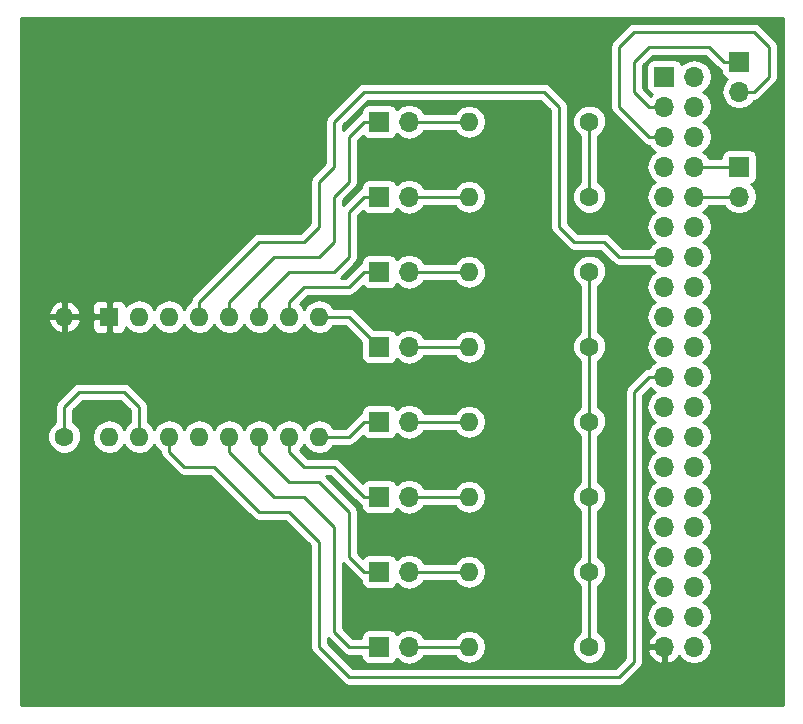
<source format=gbr>
G04 #@! TF.FileFunction,Copper,L1,Top,Signal*
%FSLAX46Y46*%
G04 Gerber Fmt 4.6, Leading zero omitted, Abs format (unit mm)*
G04 Created by KiCad (PCBNEW 4.0.6) date Tue Nov 21 00:50:36 2017*
%MOMM*%
%LPD*%
G01*
G04 APERTURE LIST*
%ADD10C,0.100000*%
%ADD11R,1.700000X1.700000*%
%ADD12O,1.700000X1.700000*%
%ADD13C,1.600000*%
%ADD14O,1.600000X1.600000*%
%ADD15R,1.600000X1.600000*%
%ADD16C,0.250000*%
%ADD17C,0.254000*%
G04 APERTURE END LIST*
D10*
D11*
X184150000Y-96520000D03*
D12*
X186690000Y-96520000D03*
X184150000Y-99060000D03*
X186690000Y-99060000D03*
X184150000Y-101600000D03*
X186690000Y-101600000D03*
X184150000Y-104140000D03*
X186690000Y-104140000D03*
X184150000Y-106680000D03*
X186690000Y-106680000D03*
X184150000Y-109220000D03*
X186690000Y-109220000D03*
X184150000Y-111760000D03*
X186690000Y-111760000D03*
X184150000Y-114300000D03*
X186690000Y-114300000D03*
X184150000Y-116840000D03*
X186690000Y-116840000D03*
X184150000Y-119380000D03*
X186690000Y-119380000D03*
X184150000Y-121920000D03*
X186690000Y-121920000D03*
X184150000Y-124460000D03*
X186690000Y-124460000D03*
X184150000Y-127000000D03*
X186690000Y-127000000D03*
X184150000Y-129540000D03*
X186690000Y-129540000D03*
X184150000Y-132080000D03*
X186690000Y-132080000D03*
X184150000Y-134620000D03*
X186690000Y-134620000D03*
X184150000Y-137160000D03*
X186690000Y-137160000D03*
X184150000Y-139700000D03*
X186690000Y-139700000D03*
X184150000Y-142240000D03*
X186690000Y-142240000D03*
X184150000Y-144780000D03*
X186690000Y-144780000D03*
D11*
X190500000Y-104140000D03*
D12*
X190500000Y-106680000D03*
D11*
X190500000Y-95250000D03*
D12*
X190500000Y-97790000D03*
D11*
X160020000Y-100330000D03*
D12*
X162560000Y-100330000D03*
D11*
X160020000Y-106680000D03*
D12*
X162560000Y-106680000D03*
D11*
X160020000Y-113030000D03*
D12*
X162560000Y-113030000D03*
D11*
X160020000Y-119380000D03*
D12*
X162560000Y-119380000D03*
D11*
X160020000Y-125730000D03*
D12*
X162560000Y-125730000D03*
D11*
X160020000Y-132080000D03*
D12*
X162560000Y-132080000D03*
D11*
X160020000Y-138430000D03*
D12*
X162560000Y-138430000D03*
D11*
X160020000Y-144780000D03*
D12*
X162560000Y-144780000D03*
D13*
X133350000Y-127000000D03*
D14*
X133350000Y-116840000D03*
D13*
X177800000Y-100330000D03*
D14*
X167640000Y-100330000D03*
D13*
X177800000Y-106680000D03*
D14*
X167640000Y-106680000D03*
D13*
X177800000Y-113030000D03*
D14*
X167640000Y-113030000D03*
D13*
X177800000Y-119380000D03*
D14*
X167640000Y-119380000D03*
D13*
X177800000Y-125730000D03*
D14*
X167640000Y-125730000D03*
D13*
X177800000Y-132080000D03*
D14*
X167640000Y-132080000D03*
D13*
X177800000Y-138430000D03*
D14*
X167640000Y-138430000D03*
D13*
X177800000Y-144780000D03*
D14*
X167640000Y-144780000D03*
D15*
X137160000Y-116840000D03*
D14*
X154940000Y-127000000D03*
X139700000Y-116840000D03*
X152400000Y-127000000D03*
X142240000Y-116840000D03*
X149860000Y-127000000D03*
X144780000Y-116840000D03*
X147320000Y-127000000D03*
X147320000Y-116840000D03*
X144780000Y-127000000D03*
X149860000Y-116840000D03*
X142240000Y-127000000D03*
X152400000Y-116840000D03*
X139700000Y-127000000D03*
X154940000Y-116840000D03*
X137160000Y-127000000D03*
D16*
X190500000Y-95250000D02*
X189230000Y-95250000D01*
X182880000Y-99060000D02*
X184150000Y-99060000D01*
X181610000Y-97790000D02*
X182880000Y-99060000D01*
X181610000Y-95250000D02*
X181610000Y-97790000D01*
X182880000Y-93980000D02*
X181610000Y-95250000D01*
X187960000Y-93980000D02*
X182880000Y-93980000D01*
X189230000Y-95250000D02*
X187960000Y-93980000D01*
X177800000Y-119380000D02*
X177800000Y-113030000D01*
X177800000Y-144780000D02*
X177800000Y-138430000D01*
X177800000Y-138430000D02*
X177800000Y-132080000D01*
X177800000Y-132080000D02*
X177800000Y-125730000D01*
X177800000Y-125730000D02*
X177800000Y-119380000D01*
X177800000Y-106680000D02*
X177800000Y-100330000D01*
X190500000Y-97790000D02*
X191770000Y-97790000D01*
X182880000Y-101600000D02*
X184150000Y-101600000D01*
X181610000Y-100330000D02*
X182880000Y-101600000D01*
X180340000Y-99060000D02*
X181610000Y-100330000D01*
X180340000Y-93980000D02*
X180340000Y-99060000D01*
X181610000Y-92710000D02*
X180340000Y-93980000D01*
X182880000Y-92710000D02*
X181610000Y-92710000D01*
X191770000Y-92710000D02*
X182880000Y-92710000D01*
X193040000Y-93980000D02*
X191770000Y-92710000D01*
X193040000Y-96520000D02*
X193040000Y-93980000D01*
X191770000Y-97790000D02*
X193040000Y-96520000D01*
X190500000Y-104140000D02*
X186690000Y-104140000D01*
X190500000Y-106680000D02*
X186690000Y-106680000D01*
X144780000Y-116840000D02*
X144780000Y-115570000D01*
X180340000Y-111760000D02*
X184150000Y-111760000D01*
X179070000Y-110490000D02*
X180340000Y-111760000D01*
X176530000Y-110490000D02*
X179070000Y-110490000D01*
X175260000Y-109220000D02*
X176530000Y-110490000D01*
X175260000Y-99060000D02*
X175260000Y-109220000D01*
X173990000Y-97790000D02*
X175260000Y-99060000D01*
X158750000Y-97790000D02*
X173990000Y-97790000D01*
X156210000Y-100330000D02*
X158750000Y-97790000D01*
X156210000Y-104140000D02*
X156210000Y-100330000D01*
X154940000Y-105410000D02*
X156210000Y-104140000D01*
X154940000Y-109220000D02*
X154940000Y-105410000D01*
X153670000Y-110490000D02*
X154940000Y-109220000D01*
X149860000Y-110490000D02*
X153670000Y-110490000D01*
X144780000Y-115570000D02*
X149860000Y-110490000D01*
X184150000Y-121920000D02*
X182880000Y-121920000D01*
X142240000Y-128270000D02*
X142240000Y-127000000D01*
X143510000Y-129540000D02*
X142240000Y-128270000D01*
X146050000Y-129540000D02*
X143510000Y-129540000D01*
X147320000Y-130810000D02*
X146050000Y-129540000D01*
X148590000Y-132080000D02*
X147320000Y-130810000D01*
X149860000Y-133350000D02*
X148590000Y-132080000D01*
X151130000Y-133350000D02*
X149860000Y-133350000D01*
X152400000Y-133350000D02*
X151130000Y-133350000D01*
X153670000Y-134620000D02*
X152400000Y-133350000D01*
X154940000Y-135890000D02*
X153670000Y-134620000D01*
X154940000Y-144780000D02*
X154940000Y-135890000D01*
X157480000Y-147320000D02*
X154940000Y-144780000D01*
X180340000Y-147320000D02*
X157480000Y-147320000D01*
X181610000Y-146050000D02*
X180340000Y-147320000D01*
X181610000Y-123190000D02*
X181610000Y-146050000D01*
X182880000Y-121920000D02*
X181610000Y-123190000D01*
X184150000Y-144780000D02*
X184150000Y-146050000D01*
X132080000Y-116840000D02*
X133350000Y-116840000D01*
X130810000Y-118110000D02*
X132080000Y-116840000D01*
X130810000Y-128270000D02*
X130810000Y-118110000D01*
X132080000Y-129540000D02*
X130810000Y-128270000D01*
X133350000Y-129540000D02*
X132080000Y-129540000D01*
X140970000Y-129540000D02*
X133350000Y-129540000D01*
X142240000Y-130810000D02*
X140970000Y-129540000D01*
X144780000Y-130810000D02*
X142240000Y-130810000D01*
X148590000Y-134620000D02*
X144780000Y-130810000D01*
X151130000Y-134620000D02*
X148590000Y-134620000D01*
X153670000Y-137160000D02*
X151130000Y-134620000D01*
X153670000Y-146050000D02*
X153670000Y-137160000D01*
X156210000Y-148590000D02*
X153670000Y-146050000D01*
X157480000Y-148590000D02*
X156210000Y-148590000D01*
X181610000Y-148590000D02*
X157480000Y-148590000D01*
X184150000Y-146050000D02*
X181610000Y-148590000D01*
X137160000Y-116840000D02*
X133350000Y-116840000D01*
X160020000Y-100330000D02*
X158750000Y-100330000D01*
X147320000Y-115570000D02*
X147320000Y-116840000D01*
X151130000Y-111760000D02*
X147320000Y-115570000D01*
X154940000Y-111760000D02*
X151130000Y-111760000D01*
X156210000Y-110490000D02*
X154940000Y-111760000D01*
X156210000Y-106680000D02*
X156210000Y-110490000D01*
X157480000Y-105410000D02*
X156210000Y-106680000D01*
X157480000Y-101600000D02*
X157480000Y-105410000D01*
X158750000Y-100330000D02*
X157480000Y-101600000D01*
X167640000Y-100330000D02*
X162560000Y-100330000D01*
X160020000Y-106680000D02*
X158750000Y-106680000D01*
X149860000Y-115570000D02*
X149860000Y-116840000D01*
X152400000Y-113030000D02*
X149860000Y-115570000D01*
X153670000Y-113030000D02*
X152400000Y-113030000D01*
X156210000Y-113030000D02*
X153670000Y-113030000D01*
X157480000Y-111760000D02*
X156210000Y-113030000D01*
X157480000Y-107950000D02*
X157480000Y-111760000D01*
X158750000Y-106680000D02*
X157480000Y-107950000D01*
X167640000Y-106680000D02*
X162560000Y-106680000D01*
X152400000Y-116840000D02*
X152400000Y-115570000D01*
X158750000Y-113030000D02*
X160020000Y-113030000D01*
X157480000Y-114300000D02*
X158750000Y-113030000D01*
X153670000Y-114300000D02*
X157480000Y-114300000D01*
X152400000Y-115570000D02*
X153670000Y-114300000D01*
X167640000Y-113030000D02*
X162560000Y-113030000D01*
X160020000Y-119380000D02*
X157480000Y-116840000D01*
X157480000Y-116840000D02*
X154940000Y-116840000D01*
X167640000Y-119380000D02*
X162560000Y-119380000D01*
X160020000Y-125730000D02*
X158750000Y-125730000D01*
X157480000Y-127000000D02*
X154940000Y-127000000D01*
X158750000Y-125730000D02*
X157480000Y-127000000D01*
X167640000Y-125730000D02*
X162560000Y-125730000D01*
X160020000Y-132080000D02*
X158750000Y-132080000D01*
X152400000Y-128270000D02*
X152400000Y-127000000D01*
X153670000Y-129540000D02*
X152400000Y-128270000D01*
X156210000Y-129540000D02*
X153670000Y-129540000D01*
X157480000Y-130810000D02*
X156210000Y-129540000D01*
X158750000Y-132080000D02*
X157480000Y-130810000D01*
X167640000Y-132080000D02*
X162560000Y-132080000D01*
X160020000Y-138430000D02*
X158750000Y-138430000D01*
X149860000Y-128270000D02*
X149860000Y-127000000D01*
X152400000Y-130810000D02*
X149860000Y-128270000D01*
X154940000Y-130810000D02*
X152400000Y-130810000D01*
X157480000Y-133350000D02*
X154940000Y-130810000D01*
X157480000Y-137160000D02*
X157480000Y-133350000D01*
X158750000Y-138430000D02*
X157480000Y-137160000D01*
X167640000Y-138430000D02*
X162560000Y-138430000D01*
X160020000Y-144780000D02*
X157480000Y-144780000D01*
X147320000Y-128270000D02*
X147320000Y-127000000D01*
X151130000Y-132080000D02*
X147320000Y-128270000D01*
X152400000Y-132080000D02*
X151130000Y-132080000D01*
X153670000Y-132080000D02*
X152400000Y-132080000D01*
X156210000Y-134620000D02*
X153670000Y-132080000D01*
X156210000Y-143510000D02*
X156210000Y-134620000D01*
X157480000Y-144780000D02*
X156210000Y-143510000D01*
X167640000Y-144780000D02*
X162560000Y-144780000D01*
X133350000Y-127000000D02*
X133350000Y-124460000D01*
X139700000Y-124460000D02*
X139700000Y-127000000D01*
X138430000Y-123190000D02*
X139700000Y-124460000D01*
X134620000Y-123190000D02*
X138430000Y-123190000D01*
X133350000Y-124460000D02*
X134620000Y-123190000D01*
D17*
G36*
X194183000Y-149733000D02*
X129667000Y-149733000D01*
X129667000Y-127284187D01*
X131914752Y-127284187D01*
X132132757Y-127811800D01*
X132536077Y-128215824D01*
X133063309Y-128434750D01*
X133634187Y-128435248D01*
X134161800Y-128217243D01*
X134565824Y-127813923D01*
X134784750Y-127286691D01*
X134785248Y-126715813D01*
X134567243Y-126188200D01*
X134163923Y-125784176D01*
X134110000Y-125761785D01*
X134110000Y-124774802D01*
X134934802Y-123950000D01*
X138115198Y-123950000D01*
X138940000Y-124774802D01*
X138940000Y-125787005D01*
X138685302Y-125957189D01*
X138430000Y-126339275D01*
X138174698Y-125957189D01*
X137709151Y-125646120D01*
X137160000Y-125536887D01*
X136610849Y-125646120D01*
X136145302Y-125957189D01*
X135834233Y-126422736D01*
X135725000Y-126971887D01*
X135725000Y-127028113D01*
X135834233Y-127577264D01*
X136145302Y-128042811D01*
X136610849Y-128353880D01*
X137160000Y-128463113D01*
X137709151Y-128353880D01*
X138174698Y-128042811D01*
X138430000Y-127660725D01*
X138685302Y-128042811D01*
X139150849Y-128353880D01*
X139700000Y-128463113D01*
X140249151Y-128353880D01*
X140714698Y-128042811D01*
X140970000Y-127660725D01*
X141225302Y-128042811D01*
X141480000Y-128212995D01*
X141480000Y-128270000D01*
X141537852Y-128560839D01*
X141702599Y-128807401D01*
X142972599Y-130077401D01*
X143219160Y-130242148D01*
X143510000Y-130300000D01*
X145735198Y-130300000D01*
X149322599Y-133887401D01*
X149569160Y-134052148D01*
X149860000Y-134110000D01*
X152085198Y-134110000D01*
X154180000Y-136204802D01*
X154180000Y-144780000D01*
X154237852Y-145070839D01*
X154402599Y-145317401D01*
X156942599Y-147857401D01*
X157189160Y-148022148D01*
X157237414Y-148031746D01*
X157480000Y-148080000D01*
X180340000Y-148080000D01*
X180630839Y-148022148D01*
X180877401Y-147857401D01*
X182147401Y-146587401D01*
X182312148Y-146340840D01*
X182370000Y-146050000D01*
X182370000Y-145136890D01*
X182708524Y-145136890D01*
X182878355Y-145546924D01*
X183268642Y-145975183D01*
X183793108Y-146221486D01*
X184023000Y-146100819D01*
X184023000Y-144907000D01*
X182829845Y-144907000D01*
X182708524Y-145136890D01*
X182370000Y-145136890D01*
X182370000Y-123504802D01*
X183004321Y-122870481D01*
X183070853Y-122970054D01*
X183400026Y-123190000D01*
X183070853Y-123409946D01*
X182748946Y-123891715D01*
X182635907Y-124460000D01*
X182748946Y-125028285D01*
X183070853Y-125510054D01*
X183400026Y-125730000D01*
X183070853Y-125949946D01*
X182748946Y-126431715D01*
X182635907Y-127000000D01*
X182748946Y-127568285D01*
X183070853Y-128050054D01*
X183400026Y-128270000D01*
X183070853Y-128489946D01*
X182748946Y-128971715D01*
X182635907Y-129540000D01*
X182748946Y-130108285D01*
X183070853Y-130590054D01*
X183400026Y-130810000D01*
X183070853Y-131029946D01*
X182748946Y-131511715D01*
X182635907Y-132080000D01*
X182748946Y-132648285D01*
X183070853Y-133130054D01*
X183400026Y-133350000D01*
X183070853Y-133569946D01*
X182748946Y-134051715D01*
X182635907Y-134620000D01*
X182748946Y-135188285D01*
X183070853Y-135670054D01*
X183400026Y-135890000D01*
X183070853Y-136109946D01*
X182748946Y-136591715D01*
X182635907Y-137160000D01*
X182748946Y-137728285D01*
X183070853Y-138210054D01*
X183400026Y-138430000D01*
X183070853Y-138649946D01*
X182748946Y-139131715D01*
X182635907Y-139700000D01*
X182748946Y-140268285D01*
X183070853Y-140750054D01*
X183400026Y-140970000D01*
X183070853Y-141189946D01*
X182748946Y-141671715D01*
X182635907Y-142240000D01*
X182748946Y-142808285D01*
X183070853Y-143290054D01*
X183411553Y-143517702D01*
X183268642Y-143584817D01*
X182878355Y-144013076D01*
X182708524Y-144423110D01*
X182829845Y-144653000D01*
X184023000Y-144653000D01*
X184023000Y-144633000D01*
X184277000Y-144633000D01*
X184277000Y-144653000D01*
X184297000Y-144653000D01*
X184297000Y-144907000D01*
X184277000Y-144907000D01*
X184277000Y-146100819D01*
X184506892Y-146221486D01*
X185031358Y-145975183D01*
X185421645Y-145546924D01*
X185421655Y-145546899D01*
X185610853Y-145830054D01*
X186092622Y-146151961D01*
X186660907Y-146265000D01*
X186719093Y-146265000D01*
X187287378Y-146151961D01*
X187769147Y-145830054D01*
X188091054Y-145348285D01*
X188204093Y-144780000D01*
X188091054Y-144211715D01*
X187769147Y-143729946D01*
X187439974Y-143510000D01*
X187769147Y-143290054D01*
X188091054Y-142808285D01*
X188204093Y-142240000D01*
X188091054Y-141671715D01*
X187769147Y-141189946D01*
X187439974Y-140970000D01*
X187769147Y-140750054D01*
X188091054Y-140268285D01*
X188204093Y-139700000D01*
X188091054Y-139131715D01*
X187769147Y-138649946D01*
X187439974Y-138430000D01*
X187769147Y-138210054D01*
X188091054Y-137728285D01*
X188204093Y-137160000D01*
X188091054Y-136591715D01*
X187769147Y-136109946D01*
X187439974Y-135890000D01*
X187769147Y-135670054D01*
X188091054Y-135188285D01*
X188204093Y-134620000D01*
X188091054Y-134051715D01*
X187769147Y-133569946D01*
X187439974Y-133350000D01*
X187769147Y-133130054D01*
X188091054Y-132648285D01*
X188204093Y-132080000D01*
X188091054Y-131511715D01*
X187769147Y-131029946D01*
X187439974Y-130810000D01*
X187769147Y-130590054D01*
X188091054Y-130108285D01*
X188204093Y-129540000D01*
X188091054Y-128971715D01*
X187769147Y-128489946D01*
X187439974Y-128270000D01*
X187769147Y-128050054D01*
X188091054Y-127568285D01*
X188204093Y-127000000D01*
X188091054Y-126431715D01*
X187769147Y-125949946D01*
X187439974Y-125730000D01*
X187769147Y-125510054D01*
X188091054Y-125028285D01*
X188204093Y-124460000D01*
X188091054Y-123891715D01*
X187769147Y-123409946D01*
X187439974Y-123190000D01*
X187769147Y-122970054D01*
X188091054Y-122488285D01*
X188204093Y-121920000D01*
X188091054Y-121351715D01*
X187769147Y-120869946D01*
X187439974Y-120650000D01*
X187769147Y-120430054D01*
X188091054Y-119948285D01*
X188204093Y-119380000D01*
X188091054Y-118811715D01*
X187769147Y-118329946D01*
X187439974Y-118110000D01*
X187769147Y-117890054D01*
X188091054Y-117408285D01*
X188204093Y-116840000D01*
X188091054Y-116271715D01*
X187769147Y-115789946D01*
X187439974Y-115570000D01*
X187769147Y-115350054D01*
X188091054Y-114868285D01*
X188204093Y-114300000D01*
X188091054Y-113731715D01*
X187769147Y-113249946D01*
X187439974Y-113030000D01*
X187769147Y-112810054D01*
X188091054Y-112328285D01*
X188204093Y-111760000D01*
X188091054Y-111191715D01*
X187769147Y-110709946D01*
X187439974Y-110490000D01*
X187769147Y-110270054D01*
X188091054Y-109788285D01*
X188204093Y-109220000D01*
X188091054Y-108651715D01*
X187769147Y-108169946D01*
X187439974Y-107950000D01*
X187769147Y-107730054D01*
X187962954Y-107440000D01*
X189227046Y-107440000D01*
X189420853Y-107730054D01*
X189902622Y-108051961D01*
X190470907Y-108165000D01*
X190529093Y-108165000D01*
X191097378Y-108051961D01*
X191579147Y-107730054D01*
X191901054Y-107248285D01*
X192014093Y-106680000D01*
X191901054Y-106111715D01*
X191579147Y-105629946D01*
X191537548Y-105602150D01*
X191585317Y-105593162D01*
X191801441Y-105454090D01*
X191946431Y-105241890D01*
X191997440Y-104990000D01*
X191997440Y-103290000D01*
X191953162Y-103054683D01*
X191814090Y-102838559D01*
X191601890Y-102693569D01*
X191350000Y-102642560D01*
X189650000Y-102642560D01*
X189414683Y-102686838D01*
X189198559Y-102825910D01*
X189053569Y-103038110D01*
X189002560Y-103290000D01*
X189002560Y-103380000D01*
X187962954Y-103380000D01*
X187769147Y-103089946D01*
X187439974Y-102870000D01*
X187769147Y-102650054D01*
X188091054Y-102168285D01*
X188204093Y-101600000D01*
X188091054Y-101031715D01*
X187769147Y-100549946D01*
X187439974Y-100330000D01*
X187769147Y-100110054D01*
X188091054Y-99628285D01*
X188204093Y-99060000D01*
X188091054Y-98491715D01*
X187769147Y-98009946D01*
X187439974Y-97790000D01*
X187769147Y-97570054D01*
X188091054Y-97088285D01*
X188204093Y-96520000D01*
X188091054Y-95951715D01*
X187769147Y-95469946D01*
X187287378Y-95148039D01*
X186719093Y-95035000D01*
X186660907Y-95035000D01*
X186092622Y-95148039D01*
X185610853Y-95469946D01*
X185610029Y-95471179D01*
X185603162Y-95434683D01*
X185464090Y-95218559D01*
X185251890Y-95073569D01*
X185000000Y-95022560D01*
X183300000Y-95022560D01*
X183064683Y-95066838D01*
X182848559Y-95205910D01*
X182703569Y-95418110D01*
X182652560Y-95670000D01*
X182652560Y-97370000D01*
X182696838Y-97605317D01*
X182835910Y-97821441D01*
X183048110Y-97966431D01*
X183115541Y-97980086D01*
X183070853Y-98009946D01*
X183004321Y-98109519D01*
X182370000Y-97475198D01*
X182370000Y-95564802D01*
X183194802Y-94740000D01*
X187645198Y-94740000D01*
X188692599Y-95787401D01*
X188939160Y-95952148D01*
X189002560Y-95964759D01*
X189002560Y-96100000D01*
X189046838Y-96335317D01*
X189185910Y-96551441D01*
X189398110Y-96696431D01*
X189465541Y-96710086D01*
X189420853Y-96739946D01*
X189098946Y-97221715D01*
X188985907Y-97790000D01*
X189098946Y-98358285D01*
X189420853Y-98840054D01*
X189902622Y-99161961D01*
X190470907Y-99275000D01*
X190529093Y-99275000D01*
X191097378Y-99161961D01*
X191579147Y-98840054D01*
X191773407Y-98549322D01*
X192060839Y-98492148D01*
X192307401Y-98327401D01*
X193577401Y-97057401D01*
X193742148Y-96810840D01*
X193800000Y-96520000D01*
X193800000Y-93980000D01*
X193764905Y-93803569D01*
X193742148Y-93689160D01*
X193577401Y-93442599D01*
X192307401Y-92172599D01*
X192060839Y-92007852D01*
X191770000Y-91950000D01*
X181610000Y-91950000D01*
X181319160Y-92007852D01*
X181072599Y-92172599D01*
X179802599Y-93442599D01*
X179637852Y-93689161D01*
X179580000Y-93980000D01*
X179580000Y-99060000D01*
X179637852Y-99350839D01*
X179802599Y-99597401D01*
X182342599Y-102137401D01*
X182589160Y-102302148D01*
X182876593Y-102359322D01*
X183070853Y-102650054D01*
X183400026Y-102870000D01*
X183070853Y-103089946D01*
X182748946Y-103571715D01*
X182635907Y-104140000D01*
X182748946Y-104708285D01*
X183070853Y-105190054D01*
X183400026Y-105410000D01*
X183070853Y-105629946D01*
X182748946Y-106111715D01*
X182635907Y-106680000D01*
X182748946Y-107248285D01*
X183070853Y-107730054D01*
X183400026Y-107950000D01*
X183070853Y-108169946D01*
X182748946Y-108651715D01*
X182635907Y-109220000D01*
X182748946Y-109788285D01*
X183070853Y-110270054D01*
X183400026Y-110490000D01*
X183070853Y-110709946D01*
X182877046Y-111000000D01*
X180654802Y-111000000D01*
X179607401Y-109952599D01*
X179360839Y-109787852D01*
X179070000Y-109730000D01*
X176844802Y-109730000D01*
X176020000Y-108905198D01*
X176020000Y-100614187D01*
X176364752Y-100614187D01*
X176582757Y-101141800D01*
X176986077Y-101545824D01*
X177040000Y-101568215D01*
X177040000Y-105441354D01*
X176988200Y-105462757D01*
X176584176Y-105866077D01*
X176365250Y-106393309D01*
X176364752Y-106964187D01*
X176582757Y-107491800D01*
X176986077Y-107895824D01*
X177513309Y-108114750D01*
X178084187Y-108115248D01*
X178611800Y-107897243D01*
X179015824Y-107493923D01*
X179234750Y-106966691D01*
X179235248Y-106395813D01*
X179017243Y-105868200D01*
X178613923Y-105464176D01*
X178560000Y-105441785D01*
X178560000Y-101568646D01*
X178611800Y-101547243D01*
X179015824Y-101143923D01*
X179234750Y-100616691D01*
X179235248Y-100045813D01*
X179017243Y-99518200D01*
X178613923Y-99114176D01*
X178086691Y-98895250D01*
X177515813Y-98894752D01*
X176988200Y-99112757D01*
X176584176Y-99516077D01*
X176365250Y-100043309D01*
X176364752Y-100614187D01*
X176020000Y-100614187D01*
X176020000Y-99060000D01*
X175984905Y-98883569D01*
X175962148Y-98769160D01*
X175797401Y-98522599D01*
X174527401Y-97252599D01*
X174280839Y-97087852D01*
X173990000Y-97030000D01*
X158750000Y-97030000D01*
X158507414Y-97078254D01*
X158459160Y-97087852D01*
X158212599Y-97252599D01*
X155672599Y-99792599D01*
X155507852Y-100039161D01*
X155450000Y-100330000D01*
X155450000Y-103825198D01*
X154402599Y-104872599D01*
X154237852Y-105119161D01*
X154180000Y-105410000D01*
X154180000Y-108905198D01*
X153355198Y-109730000D01*
X149860000Y-109730000D01*
X149569161Y-109787852D01*
X149322599Y-109952599D01*
X144242599Y-115032599D01*
X144077852Y-115279161D01*
X144020000Y-115570000D01*
X144020000Y-115627005D01*
X143765302Y-115797189D01*
X143510000Y-116179275D01*
X143254698Y-115797189D01*
X142789151Y-115486120D01*
X142240000Y-115376887D01*
X141690849Y-115486120D01*
X141225302Y-115797189D01*
X140970000Y-116179275D01*
X140714698Y-115797189D01*
X140249151Y-115486120D01*
X139700000Y-115376887D01*
X139150849Y-115486120D01*
X138685302Y-115797189D01*
X138595000Y-115932335D01*
X138595000Y-115913691D01*
X138498327Y-115680302D01*
X138319699Y-115501673D01*
X138086310Y-115405000D01*
X137445750Y-115405000D01*
X137287000Y-115563750D01*
X137287000Y-116713000D01*
X137307000Y-116713000D01*
X137307000Y-116967000D01*
X137287000Y-116967000D01*
X137287000Y-118116250D01*
X137445750Y-118275000D01*
X138086310Y-118275000D01*
X138319699Y-118178327D01*
X138498327Y-117999698D01*
X138595000Y-117766309D01*
X138595000Y-117747665D01*
X138685302Y-117882811D01*
X139150849Y-118193880D01*
X139700000Y-118303113D01*
X140249151Y-118193880D01*
X140714698Y-117882811D01*
X140970000Y-117500725D01*
X141225302Y-117882811D01*
X141690849Y-118193880D01*
X142240000Y-118303113D01*
X142789151Y-118193880D01*
X143254698Y-117882811D01*
X143510000Y-117500725D01*
X143765302Y-117882811D01*
X144230849Y-118193880D01*
X144780000Y-118303113D01*
X145329151Y-118193880D01*
X145794698Y-117882811D01*
X146050000Y-117500725D01*
X146305302Y-117882811D01*
X146770849Y-118193880D01*
X147320000Y-118303113D01*
X147869151Y-118193880D01*
X148334698Y-117882811D01*
X148590000Y-117500725D01*
X148845302Y-117882811D01*
X149310849Y-118193880D01*
X149860000Y-118303113D01*
X150409151Y-118193880D01*
X150874698Y-117882811D01*
X151130000Y-117500725D01*
X151385302Y-117882811D01*
X151850849Y-118193880D01*
X152400000Y-118303113D01*
X152949151Y-118193880D01*
X153414698Y-117882811D01*
X153670000Y-117500725D01*
X153925302Y-117882811D01*
X154390849Y-118193880D01*
X154940000Y-118303113D01*
X155489151Y-118193880D01*
X155954698Y-117882811D01*
X156143667Y-117600000D01*
X157165198Y-117600000D01*
X158522560Y-118957362D01*
X158522560Y-120230000D01*
X158566838Y-120465317D01*
X158705910Y-120681441D01*
X158918110Y-120826431D01*
X159170000Y-120877440D01*
X160870000Y-120877440D01*
X161105317Y-120833162D01*
X161321441Y-120694090D01*
X161466431Y-120481890D01*
X161480086Y-120414459D01*
X161509946Y-120459147D01*
X161991715Y-120781054D01*
X162560000Y-120894093D01*
X163128285Y-120781054D01*
X163610054Y-120459147D01*
X163823301Y-120140000D01*
X166427005Y-120140000D01*
X166597189Y-120394698D01*
X167062736Y-120705767D01*
X167611887Y-120815000D01*
X167668113Y-120815000D01*
X168217264Y-120705767D01*
X168682811Y-120394698D01*
X168993880Y-119929151D01*
X169103113Y-119380000D01*
X168993880Y-118830849D01*
X168682811Y-118365302D01*
X168217264Y-118054233D01*
X167668113Y-117945000D01*
X167611887Y-117945000D01*
X167062736Y-118054233D01*
X166597189Y-118365302D01*
X166427005Y-118620000D01*
X163823301Y-118620000D01*
X163610054Y-118300853D01*
X163128285Y-117978946D01*
X162560000Y-117865907D01*
X161991715Y-117978946D01*
X161509946Y-118300853D01*
X161482150Y-118342452D01*
X161473162Y-118294683D01*
X161334090Y-118078559D01*
X161121890Y-117933569D01*
X160870000Y-117882560D01*
X159597362Y-117882560D01*
X158017401Y-116302599D01*
X157770839Y-116137852D01*
X157480000Y-116080000D01*
X156143667Y-116080000D01*
X155954698Y-115797189D01*
X155489151Y-115486120D01*
X154940000Y-115376887D01*
X154390849Y-115486120D01*
X153925302Y-115797189D01*
X153670000Y-116179275D01*
X153414698Y-115797189D01*
X153314538Y-115730264D01*
X153984802Y-115060000D01*
X157480000Y-115060000D01*
X157770839Y-115002148D01*
X158017401Y-114837401D01*
X158634436Y-114220366D01*
X158705910Y-114331441D01*
X158918110Y-114476431D01*
X159170000Y-114527440D01*
X160870000Y-114527440D01*
X161105317Y-114483162D01*
X161321441Y-114344090D01*
X161466431Y-114131890D01*
X161480086Y-114064459D01*
X161509946Y-114109147D01*
X161991715Y-114431054D01*
X162560000Y-114544093D01*
X163128285Y-114431054D01*
X163610054Y-114109147D01*
X163823301Y-113790000D01*
X166427005Y-113790000D01*
X166597189Y-114044698D01*
X167062736Y-114355767D01*
X167611887Y-114465000D01*
X167668113Y-114465000D01*
X168217264Y-114355767D01*
X168682811Y-114044698D01*
X168993880Y-113579151D01*
X169046584Y-113314187D01*
X176364752Y-113314187D01*
X176582757Y-113841800D01*
X176986077Y-114245824D01*
X177040000Y-114268215D01*
X177040000Y-118141354D01*
X176988200Y-118162757D01*
X176584176Y-118566077D01*
X176365250Y-119093309D01*
X176364752Y-119664187D01*
X176582757Y-120191800D01*
X176986077Y-120595824D01*
X177040000Y-120618215D01*
X177040000Y-124491354D01*
X176988200Y-124512757D01*
X176584176Y-124916077D01*
X176365250Y-125443309D01*
X176364752Y-126014187D01*
X176582757Y-126541800D01*
X176986077Y-126945824D01*
X177040000Y-126968215D01*
X177040000Y-130841354D01*
X176988200Y-130862757D01*
X176584176Y-131266077D01*
X176365250Y-131793309D01*
X176364752Y-132364187D01*
X176582757Y-132891800D01*
X176986077Y-133295824D01*
X177040000Y-133318215D01*
X177040000Y-137191354D01*
X176988200Y-137212757D01*
X176584176Y-137616077D01*
X176365250Y-138143309D01*
X176364752Y-138714187D01*
X176582757Y-139241800D01*
X176986077Y-139645824D01*
X177040000Y-139668215D01*
X177040000Y-143541354D01*
X176988200Y-143562757D01*
X176584176Y-143966077D01*
X176365250Y-144493309D01*
X176364752Y-145064187D01*
X176582757Y-145591800D01*
X176986077Y-145995824D01*
X177513309Y-146214750D01*
X178084187Y-146215248D01*
X178611800Y-145997243D01*
X179015824Y-145593923D01*
X179234750Y-145066691D01*
X179235248Y-144495813D01*
X179017243Y-143968200D01*
X178613923Y-143564176D01*
X178560000Y-143541785D01*
X178560000Y-139668646D01*
X178611800Y-139647243D01*
X179015824Y-139243923D01*
X179234750Y-138716691D01*
X179235248Y-138145813D01*
X179017243Y-137618200D01*
X178613923Y-137214176D01*
X178560000Y-137191785D01*
X178560000Y-133318646D01*
X178611800Y-133297243D01*
X179015824Y-132893923D01*
X179234750Y-132366691D01*
X179235248Y-131795813D01*
X179017243Y-131268200D01*
X178613923Y-130864176D01*
X178560000Y-130841785D01*
X178560000Y-126968646D01*
X178611800Y-126947243D01*
X179015824Y-126543923D01*
X179234750Y-126016691D01*
X179235248Y-125445813D01*
X179017243Y-124918200D01*
X178613923Y-124514176D01*
X178560000Y-124491785D01*
X178560000Y-120618646D01*
X178611800Y-120597243D01*
X179015824Y-120193923D01*
X179234750Y-119666691D01*
X179235248Y-119095813D01*
X179017243Y-118568200D01*
X178613923Y-118164176D01*
X178560000Y-118141785D01*
X178560000Y-114268646D01*
X178611800Y-114247243D01*
X179015824Y-113843923D01*
X179234750Y-113316691D01*
X179235248Y-112745813D01*
X179017243Y-112218200D01*
X178613923Y-111814176D01*
X178086691Y-111595250D01*
X177515813Y-111594752D01*
X176988200Y-111812757D01*
X176584176Y-112216077D01*
X176365250Y-112743309D01*
X176364752Y-113314187D01*
X169046584Y-113314187D01*
X169103113Y-113030000D01*
X168993880Y-112480849D01*
X168682811Y-112015302D01*
X168217264Y-111704233D01*
X167668113Y-111595000D01*
X167611887Y-111595000D01*
X167062736Y-111704233D01*
X166597189Y-112015302D01*
X166427005Y-112270000D01*
X163823301Y-112270000D01*
X163610054Y-111950853D01*
X163128285Y-111628946D01*
X162560000Y-111515907D01*
X161991715Y-111628946D01*
X161509946Y-111950853D01*
X161482150Y-111992452D01*
X161473162Y-111944683D01*
X161334090Y-111728559D01*
X161121890Y-111583569D01*
X160870000Y-111532560D01*
X159170000Y-111532560D01*
X158934683Y-111576838D01*
X158718559Y-111715910D01*
X158573569Y-111928110D01*
X158522560Y-112180000D01*
X158522560Y-112315241D01*
X158459160Y-112327852D01*
X158212599Y-112492599D01*
X157165198Y-113540000D01*
X156774802Y-113540000D01*
X158017401Y-112297401D01*
X158182148Y-112050840D01*
X158240000Y-111760000D01*
X158240000Y-108264802D01*
X158634436Y-107870366D01*
X158705910Y-107981441D01*
X158918110Y-108126431D01*
X159170000Y-108177440D01*
X160870000Y-108177440D01*
X161105317Y-108133162D01*
X161321441Y-107994090D01*
X161466431Y-107781890D01*
X161480086Y-107714459D01*
X161509946Y-107759147D01*
X161991715Y-108081054D01*
X162560000Y-108194093D01*
X163128285Y-108081054D01*
X163610054Y-107759147D01*
X163823301Y-107440000D01*
X166427005Y-107440000D01*
X166597189Y-107694698D01*
X167062736Y-108005767D01*
X167611887Y-108115000D01*
X167668113Y-108115000D01*
X168217264Y-108005767D01*
X168682811Y-107694698D01*
X168993880Y-107229151D01*
X169103113Y-106680000D01*
X168993880Y-106130849D01*
X168682811Y-105665302D01*
X168217264Y-105354233D01*
X167668113Y-105245000D01*
X167611887Y-105245000D01*
X167062736Y-105354233D01*
X166597189Y-105665302D01*
X166427005Y-105920000D01*
X163823301Y-105920000D01*
X163610054Y-105600853D01*
X163128285Y-105278946D01*
X162560000Y-105165907D01*
X161991715Y-105278946D01*
X161509946Y-105600853D01*
X161482150Y-105642452D01*
X161473162Y-105594683D01*
X161334090Y-105378559D01*
X161121890Y-105233569D01*
X160870000Y-105182560D01*
X159170000Y-105182560D01*
X158934683Y-105226838D01*
X158718559Y-105365910D01*
X158573569Y-105578110D01*
X158522560Y-105830000D01*
X158522560Y-105965241D01*
X158459160Y-105977852D01*
X158212599Y-106142599D01*
X156970000Y-107385198D01*
X156970000Y-106994802D01*
X158017401Y-105947401D01*
X158182148Y-105700840D01*
X158240000Y-105410000D01*
X158240000Y-101914802D01*
X158634436Y-101520366D01*
X158705910Y-101631441D01*
X158918110Y-101776431D01*
X159170000Y-101827440D01*
X160870000Y-101827440D01*
X161105317Y-101783162D01*
X161321441Y-101644090D01*
X161466431Y-101431890D01*
X161480086Y-101364459D01*
X161509946Y-101409147D01*
X161991715Y-101731054D01*
X162560000Y-101844093D01*
X163128285Y-101731054D01*
X163610054Y-101409147D01*
X163823301Y-101090000D01*
X166427005Y-101090000D01*
X166597189Y-101344698D01*
X167062736Y-101655767D01*
X167611887Y-101765000D01*
X167668113Y-101765000D01*
X168217264Y-101655767D01*
X168682811Y-101344698D01*
X168993880Y-100879151D01*
X169103113Y-100330000D01*
X168993880Y-99780849D01*
X168682811Y-99315302D01*
X168217264Y-99004233D01*
X167668113Y-98895000D01*
X167611887Y-98895000D01*
X167062736Y-99004233D01*
X166597189Y-99315302D01*
X166427005Y-99570000D01*
X163823301Y-99570000D01*
X163610054Y-99250853D01*
X163128285Y-98928946D01*
X162560000Y-98815907D01*
X161991715Y-98928946D01*
X161509946Y-99250853D01*
X161482150Y-99292452D01*
X161473162Y-99244683D01*
X161334090Y-99028559D01*
X161121890Y-98883569D01*
X160870000Y-98832560D01*
X159170000Y-98832560D01*
X158934683Y-98876838D01*
X158718559Y-99015910D01*
X158573569Y-99228110D01*
X158522560Y-99480000D01*
X158522560Y-99615241D01*
X158459160Y-99627852D01*
X158212599Y-99792599D01*
X156970000Y-101035198D01*
X156970000Y-100644802D01*
X159064802Y-98550000D01*
X173675198Y-98550000D01*
X174500000Y-99374802D01*
X174500000Y-109220000D01*
X174557852Y-109510839D01*
X174722599Y-109757401D01*
X175992599Y-111027401D01*
X176239160Y-111192148D01*
X176530000Y-111250000D01*
X178755198Y-111250000D01*
X179802599Y-112297401D01*
X180049160Y-112462148D01*
X180340000Y-112520000D01*
X182877046Y-112520000D01*
X183070853Y-112810054D01*
X183400026Y-113030000D01*
X183070853Y-113249946D01*
X182748946Y-113731715D01*
X182635907Y-114300000D01*
X182748946Y-114868285D01*
X183070853Y-115350054D01*
X183400026Y-115570000D01*
X183070853Y-115789946D01*
X182748946Y-116271715D01*
X182635907Y-116840000D01*
X182748946Y-117408285D01*
X183070853Y-117890054D01*
X183400026Y-118110000D01*
X183070853Y-118329946D01*
X182748946Y-118811715D01*
X182635907Y-119380000D01*
X182748946Y-119948285D01*
X183070853Y-120430054D01*
X183400026Y-120650000D01*
X183070853Y-120869946D01*
X182876593Y-121160678D01*
X182589160Y-121217852D01*
X182342599Y-121382599D01*
X181072599Y-122652599D01*
X180907852Y-122899161D01*
X180850000Y-123190000D01*
X180850000Y-145735198D01*
X180025198Y-146560000D01*
X157794802Y-146560000D01*
X155700000Y-144465198D01*
X155700000Y-144074802D01*
X156942599Y-145317401D01*
X157189160Y-145482148D01*
X157480000Y-145540000D01*
X158522560Y-145540000D01*
X158522560Y-145630000D01*
X158566838Y-145865317D01*
X158705910Y-146081441D01*
X158918110Y-146226431D01*
X159170000Y-146277440D01*
X160870000Y-146277440D01*
X161105317Y-146233162D01*
X161321441Y-146094090D01*
X161466431Y-145881890D01*
X161480086Y-145814459D01*
X161509946Y-145859147D01*
X161991715Y-146181054D01*
X162560000Y-146294093D01*
X163128285Y-146181054D01*
X163610054Y-145859147D01*
X163823301Y-145540000D01*
X166427005Y-145540000D01*
X166597189Y-145794698D01*
X167062736Y-146105767D01*
X167611887Y-146215000D01*
X167668113Y-146215000D01*
X168217264Y-146105767D01*
X168682811Y-145794698D01*
X168993880Y-145329151D01*
X169103113Y-144780000D01*
X168993880Y-144230849D01*
X168682811Y-143765302D01*
X168217264Y-143454233D01*
X167668113Y-143345000D01*
X167611887Y-143345000D01*
X167062736Y-143454233D01*
X166597189Y-143765302D01*
X166427005Y-144020000D01*
X163823301Y-144020000D01*
X163610054Y-143700853D01*
X163128285Y-143378946D01*
X162560000Y-143265907D01*
X161991715Y-143378946D01*
X161509946Y-143700853D01*
X161482150Y-143742452D01*
X161473162Y-143694683D01*
X161334090Y-143478559D01*
X161121890Y-143333569D01*
X160870000Y-143282560D01*
X159170000Y-143282560D01*
X158934683Y-143326838D01*
X158718559Y-143465910D01*
X158573569Y-143678110D01*
X158522560Y-143930000D01*
X158522560Y-144020000D01*
X157794802Y-144020000D01*
X156970000Y-143195198D01*
X156970000Y-137724802D01*
X158212599Y-138967401D01*
X158459160Y-139132148D01*
X158522560Y-139144759D01*
X158522560Y-139280000D01*
X158566838Y-139515317D01*
X158705910Y-139731441D01*
X158918110Y-139876431D01*
X159170000Y-139927440D01*
X160870000Y-139927440D01*
X161105317Y-139883162D01*
X161321441Y-139744090D01*
X161466431Y-139531890D01*
X161480086Y-139464459D01*
X161509946Y-139509147D01*
X161991715Y-139831054D01*
X162560000Y-139944093D01*
X163128285Y-139831054D01*
X163610054Y-139509147D01*
X163823301Y-139190000D01*
X166427005Y-139190000D01*
X166597189Y-139444698D01*
X167062736Y-139755767D01*
X167611887Y-139865000D01*
X167668113Y-139865000D01*
X168217264Y-139755767D01*
X168682811Y-139444698D01*
X168993880Y-138979151D01*
X169103113Y-138430000D01*
X168993880Y-137880849D01*
X168682811Y-137415302D01*
X168217264Y-137104233D01*
X167668113Y-136995000D01*
X167611887Y-136995000D01*
X167062736Y-137104233D01*
X166597189Y-137415302D01*
X166427005Y-137670000D01*
X163823301Y-137670000D01*
X163610054Y-137350853D01*
X163128285Y-137028946D01*
X162560000Y-136915907D01*
X161991715Y-137028946D01*
X161509946Y-137350853D01*
X161482150Y-137392452D01*
X161473162Y-137344683D01*
X161334090Y-137128559D01*
X161121890Y-136983569D01*
X160870000Y-136932560D01*
X159170000Y-136932560D01*
X158934683Y-136976838D01*
X158718559Y-137115910D01*
X158634190Y-137239388D01*
X158240000Y-136845198D01*
X158240000Y-133350000D01*
X158182148Y-133059161D01*
X158182148Y-133059160D01*
X158017401Y-132812599D01*
X155504802Y-130300000D01*
X155895198Y-130300000D01*
X158212599Y-132617401D01*
X158459160Y-132782148D01*
X158522560Y-132794759D01*
X158522560Y-132930000D01*
X158566838Y-133165317D01*
X158705910Y-133381441D01*
X158918110Y-133526431D01*
X159170000Y-133577440D01*
X160870000Y-133577440D01*
X161105317Y-133533162D01*
X161321441Y-133394090D01*
X161466431Y-133181890D01*
X161480086Y-133114459D01*
X161509946Y-133159147D01*
X161991715Y-133481054D01*
X162560000Y-133594093D01*
X163128285Y-133481054D01*
X163610054Y-133159147D01*
X163823301Y-132840000D01*
X166427005Y-132840000D01*
X166597189Y-133094698D01*
X167062736Y-133405767D01*
X167611887Y-133515000D01*
X167668113Y-133515000D01*
X168217264Y-133405767D01*
X168682811Y-133094698D01*
X168993880Y-132629151D01*
X169103113Y-132080000D01*
X168993880Y-131530849D01*
X168682811Y-131065302D01*
X168217264Y-130754233D01*
X167668113Y-130645000D01*
X167611887Y-130645000D01*
X167062736Y-130754233D01*
X166597189Y-131065302D01*
X166427005Y-131320000D01*
X163823301Y-131320000D01*
X163610054Y-131000853D01*
X163128285Y-130678946D01*
X162560000Y-130565907D01*
X161991715Y-130678946D01*
X161509946Y-131000853D01*
X161482150Y-131042452D01*
X161473162Y-130994683D01*
X161334090Y-130778559D01*
X161121890Y-130633569D01*
X160870000Y-130582560D01*
X159170000Y-130582560D01*
X158934683Y-130626838D01*
X158718559Y-130765910D01*
X158634190Y-130889388D01*
X156747401Y-129002599D01*
X156500839Y-128837852D01*
X156210000Y-128780000D01*
X153984802Y-128780000D01*
X153314538Y-128109736D01*
X153414698Y-128042811D01*
X153670000Y-127660725D01*
X153925302Y-128042811D01*
X154390849Y-128353880D01*
X154940000Y-128463113D01*
X155489151Y-128353880D01*
X155954698Y-128042811D01*
X156143667Y-127760000D01*
X157480000Y-127760000D01*
X157770839Y-127702148D01*
X158017401Y-127537401D01*
X158634436Y-126920366D01*
X158705910Y-127031441D01*
X158918110Y-127176431D01*
X159170000Y-127227440D01*
X160870000Y-127227440D01*
X161105317Y-127183162D01*
X161321441Y-127044090D01*
X161466431Y-126831890D01*
X161480086Y-126764459D01*
X161509946Y-126809147D01*
X161991715Y-127131054D01*
X162560000Y-127244093D01*
X163128285Y-127131054D01*
X163610054Y-126809147D01*
X163823301Y-126490000D01*
X166427005Y-126490000D01*
X166597189Y-126744698D01*
X167062736Y-127055767D01*
X167611887Y-127165000D01*
X167668113Y-127165000D01*
X168217264Y-127055767D01*
X168682811Y-126744698D01*
X168993880Y-126279151D01*
X169103113Y-125730000D01*
X168993880Y-125180849D01*
X168682811Y-124715302D01*
X168217264Y-124404233D01*
X167668113Y-124295000D01*
X167611887Y-124295000D01*
X167062736Y-124404233D01*
X166597189Y-124715302D01*
X166427005Y-124970000D01*
X163823301Y-124970000D01*
X163610054Y-124650853D01*
X163128285Y-124328946D01*
X162560000Y-124215907D01*
X161991715Y-124328946D01*
X161509946Y-124650853D01*
X161482150Y-124692452D01*
X161473162Y-124644683D01*
X161334090Y-124428559D01*
X161121890Y-124283569D01*
X160870000Y-124232560D01*
X159170000Y-124232560D01*
X158934683Y-124276838D01*
X158718559Y-124415910D01*
X158573569Y-124628110D01*
X158522560Y-124880000D01*
X158522560Y-125015241D01*
X158459160Y-125027852D01*
X158212599Y-125192599D01*
X157165198Y-126240000D01*
X156143667Y-126240000D01*
X155954698Y-125957189D01*
X155489151Y-125646120D01*
X154940000Y-125536887D01*
X154390849Y-125646120D01*
X153925302Y-125957189D01*
X153670000Y-126339275D01*
X153414698Y-125957189D01*
X152949151Y-125646120D01*
X152400000Y-125536887D01*
X151850849Y-125646120D01*
X151385302Y-125957189D01*
X151130000Y-126339275D01*
X150874698Y-125957189D01*
X150409151Y-125646120D01*
X149860000Y-125536887D01*
X149310849Y-125646120D01*
X148845302Y-125957189D01*
X148590000Y-126339275D01*
X148334698Y-125957189D01*
X147869151Y-125646120D01*
X147320000Y-125536887D01*
X146770849Y-125646120D01*
X146305302Y-125957189D01*
X146050000Y-126339275D01*
X145794698Y-125957189D01*
X145329151Y-125646120D01*
X144780000Y-125536887D01*
X144230849Y-125646120D01*
X143765302Y-125957189D01*
X143510000Y-126339275D01*
X143254698Y-125957189D01*
X142789151Y-125646120D01*
X142240000Y-125536887D01*
X141690849Y-125646120D01*
X141225302Y-125957189D01*
X140970000Y-126339275D01*
X140714698Y-125957189D01*
X140460000Y-125787005D01*
X140460000Y-124460000D01*
X140424905Y-124283569D01*
X140402148Y-124169160D01*
X140237401Y-123922599D01*
X138967401Y-122652599D01*
X138720839Y-122487852D01*
X138430000Y-122430000D01*
X134620000Y-122430000D01*
X134329160Y-122487852D01*
X134082599Y-122652599D01*
X132812599Y-123922599D01*
X132647852Y-124169161D01*
X132590000Y-124460000D01*
X132590000Y-125761354D01*
X132538200Y-125782757D01*
X132134176Y-126186077D01*
X131915250Y-126713309D01*
X131914752Y-127284187D01*
X129667000Y-127284187D01*
X129667000Y-117189041D01*
X131958086Y-117189041D01*
X132197611Y-117695134D01*
X132612577Y-118071041D01*
X133000961Y-118231904D01*
X133223000Y-118109915D01*
X133223000Y-116967000D01*
X133477000Y-116967000D01*
X133477000Y-118109915D01*
X133699039Y-118231904D01*
X134087423Y-118071041D01*
X134502389Y-117695134D01*
X134741914Y-117189041D01*
X134707343Y-117125750D01*
X135725000Y-117125750D01*
X135725000Y-117766309D01*
X135821673Y-117999698D01*
X136000301Y-118178327D01*
X136233690Y-118275000D01*
X136874250Y-118275000D01*
X137033000Y-118116250D01*
X137033000Y-116967000D01*
X135883750Y-116967000D01*
X135725000Y-117125750D01*
X134707343Y-117125750D01*
X134620629Y-116967000D01*
X133477000Y-116967000D01*
X133223000Y-116967000D01*
X132079371Y-116967000D01*
X131958086Y-117189041D01*
X129667000Y-117189041D01*
X129667000Y-116490959D01*
X131958086Y-116490959D01*
X132079371Y-116713000D01*
X133223000Y-116713000D01*
X133223000Y-115570085D01*
X133477000Y-115570085D01*
X133477000Y-116713000D01*
X134620629Y-116713000D01*
X134741914Y-116490959D01*
X134502389Y-115984866D01*
X134423819Y-115913691D01*
X135725000Y-115913691D01*
X135725000Y-116554250D01*
X135883750Y-116713000D01*
X137033000Y-116713000D01*
X137033000Y-115563750D01*
X136874250Y-115405000D01*
X136233690Y-115405000D01*
X136000301Y-115501673D01*
X135821673Y-115680302D01*
X135725000Y-115913691D01*
X134423819Y-115913691D01*
X134087423Y-115608959D01*
X133699039Y-115448096D01*
X133477000Y-115570085D01*
X133223000Y-115570085D01*
X133000961Y-115448096D01*
X132612577Y-115608959D01*
X132197611Y-115984866D01*
X131958086Y-116490959D01*
X129667000Y-116490959D01*
X129667000Y-91567000D01*
X194183000Y-91567000D01*
X194183000Y-149733000D01*
X194183000Y-149733000D01*
G37*
X194183000Y-149733000D02*
X129667000Y-149733000D01*
X129667000Y-127284187D01*
X131914752Y-127284187D01*
X132132757Y-127811800D01*
X132536077Y-128215824D01*
X133063309Y-128434750D01*
X133634187Y-128435248D01*
X134161800Y-128217243D01*
X134565824Y-127813923D01*
X134784750Y-127286691D01*
X134785248Y-126715813D01*
X134567243Y-126188200D01*
X134163923Y-125784176D01*
X134110000Y-125761785D01*
X134110000Y-124774802D01*
X134934802Y-123950000D01*
X138115198Y-123950000D01*
X138940000Y-124774802D01*
X138940000Y-125787005D01*
X138685302Y-125957189D01*
X138430000Y-126339275D01*
X138174698Y-125957189D01*
X137709151Y-125646120D01*
X137160000Y-125536887D01*
X136610849Y-125646120D01*
X136145302Y-125957189D01*
X135834233Y-126422736D01*
X135725000Y-126971887D01*
X135725000Y-127028113D01*
X135834233Y-127577264D01*
X136145302Y-128042811D01*
X136610849Y-128353880D01*
X137160000Y-128463113D01*
X137709151Y-128353880D01*
X138174698Y-128042811D01*
X138430000Y-127660725D01*
X138685302Y-128042811D01*
X139150849Y-128353880D01*
X139700000Y-128463113D01*
X140249151Y-128353880D01*
X140714698Y-128042811D01*
X140970000Y-127660725D01*
X141225302Y-128042811D01*
X141480000Y-128212995D01*
X141480000Y-128270000D01*
X141537852Y-128560839D01*
X141702599Y-128807401D01*
X142972599Y-130077401D01*
X143219160Y-130242148D01*
X143510000Y-130300000D01*
X145735198Y-130300000D01*
X149322599Y-133887401D01*
X149569160Y-134052148D01*
X149860000Y-134110000D01*
X152085198Y-134110000D01*
X154180000Y-136204802D01*
X154180000Y-144780000D01*
X154237852Y-145070839D01*
X154402599Y-145317401D01*
X156942599Y-147857401D01*
X157189160Y-148022148D01*
X157237414Y-148031746D01*
X157480000Y-148080000D01*
X180340000Y-148080000D01*
X180630839Y-148022148D01*
X180877401Y-147857401D01*
X182147401Y-146587401D01*
X182312148Y-146340840D01*
X182370000Y-146050000D01*
X182370000Y-145136890D01*
X182708524Y-145136890D01*
X182878355Y-145546924D01*
X183268642Y-145975183D01*
X183793108Y-146221486D01*
X184023000Y-146100819D01*
X184023000Y-144907000D01*
X182829845Y-144907000D01*
X182708524Y-145136890D01*
X182370000Y-145136890D01*
X182370000Y-123504802D01*
X183004321Y-122870481D01*
X183070853Y-122970054D01*
X183400026Y-123190000D01*
X183070853Y-123409946D01*
X182748946Y-123891715D01*
X182635907Y-124460000D01*
X182748946Y-125028285D01*
X183070853Y-125510054D01*
X183400026Y-125730000D01*
X183070853Y-125949946D01*
X182748946Y-126431715D01*
X182635907Y-127000000D01*
X182748946Y-127568285D01*
X183070853Y-128050054D01*
X183400026Y-128270000D01*
X183070853Y-128489946D01*
X182748946Y-128971715D01*
X182635907Y-129540000D01*
X182748946Y-130108285D01*
X183070853Y-130590054D01*
X183400026Y-130810000D01*
X183070853Y-131029946D01*
X182748946Y-131511715D01*
X182635907Y-132080000D01*
X182748946Y-132648285D01*
X183070853Y-133130054D01*
X183400026Y-133350000D01*
X183070853Y-133569946D01*
X182748946Y-134051715D01*
X182635907Y-134620000D01*
X182748946Y-135188285D01*
X183070853Y-135670054D01*
X183400026Y-135890000D01*
X183070853Y-136109946D01*
X182748946Y-136591715D01*
X182635907Y-137160000D01*
X182748946Y-137728285D01*
X183070853Y-138210054D01*
X183400026Y-138430000D01*
X183070853Y-138649946D01*
X182748946Y-139131715D01*
X182635907Y-139700000D01*
X182748946Y-140268285D01*
X183070853Y-140750054D01*
X183400026Y-140970000D01*
X183070853Y-141189946D01*
X182748946Y-141671715D01*
X182635907Y-142240000D01*
X182748946Y-142808285D01*
X183070853Y-143290054D01*
X183411553Y-143517702D01*
X183268642Y-143584817D01*
X182878355Y-144013076D01*
X182708524Y-144423110D01*
X182829845Y-144653000D01*
X184023000Y-144653000D01*
X184023000Y-144633000D01*
X184277000Y-144633000D01*
X184277000Y-144653000D01*
X184297000Y-144653000D01*
X184297000Y-144907000D01*
X184277000Y-144907000D01*
X184277000Y-146100819D01*
X184506892Y-146221486D01*
X185031358Y-145975183D01*
X185421645Y-145546924D01*
X185421655Y-145546899D01*
X185610853Y-145830054D01*
X186092622Y-146151961D01*
X186660907Y-146265000D01*
X186719093Y-146265000D01*
X187287378Y-146151961D01*
X187769147Y-145830054D01*
X188091054Y-145348285D01*
X188204093Y-144780000D01*
X188091054Y-144211715D01*
X187769147Y-143729946D01*
X187439974Y-143510000D01*
X187769147Y-143290054D01*
X188091054Y-142808285D01*
X188204093Y-142240000D01*
X188091054Y-141671715D01*
X187769147Y-141189946D01*
X187439974Y-140970000D01*
X187769147Y-140750054D01*
X188091054Y-140268285D01*
X188204093Y-139700000D01*
X188091054Y-139131715D01*
X187769147Y-138649946D01*
X187439974Y-138430000D01*
X187769147Y-138210054D01*
X188091054Y-137728285D01*
X188204093Y-137160000D01*
X188091054Y-136591715D01*
X187769147Y-136109946D01*
X187439974Y-135890000D01*
X187769147Y-135670054D01*
X188091054Y-135188285D01*
X188204093Y-134620000D01*
X188091054Y-134051715D01*
X187769147Y-133569946D01*
X187439974Y-133350000D01*
X187769147Y-133130054D01*
X188091054Y-132648285D01*
X188204093Y-132080000D01*
X188091054Y-131511715D01*
X187769147Y-131029946D01*
X187439974Y-130810000D01*
X187769147Y-130590054D01*
X188091054Y-130108285D01*
X188204093Y-129540000D01*
X188091054Y-128971715D01*
X187769147Y-128489946D01*
X187439974Y-128270000D01*
X187769147Y-128050054D01*
X188091054Y-127568285D01*
X188204093Y-127000000D01*
X188091054Y-126431715D01*
X187769147Y-125949946D01*
X187439974Y-125730000D01*
X187769147Y-125510054D01*
X188091054Y-125028285D01*
X188204093Y-124460000D01*
X188091054Y-123891715D01*
X187769147Y-123409946D01*
X187439974Y-123190000D01*
X187769147Y-122970054D01*
X188091054Y-122488285D01*
X188204093Y-121920000D01*
X188091054Y-121351715D01*
X187769147Y-120869946D01*
X187439974Y-120650000D01*
X187769147Y-120430054D01*
X188091054Y-119948285D01*
X188204093Y-119380000D01*
X188091054Y-118811715D01*
X187769147Y-118329946D01*
X187439974Y-118110000D01*
X187769147Y-117890054D01*
X188091054Y-117408285D01*
X188204093Y-116840000D01*
X188091054Y-116271715D01*
X187769147Y-115789946D01*
X187439974Y-115570000D01*
X187769147Y-115350054D01*
X188091054Y-114868285D01*
X188204093Y-114300000D01*
X188091054Y-113731715D01*
X187769147Y-113249946D01*
X187439974Y-113030000D01*
X187769147Y-112810054D01*
X188091054Y-112328285D01*
X188204093Y-111760000D01*
X188091054Y-111191715D01*
X187769147Y-110709946D01*
X187439974Y-110490000D01*
X187769147Y-110270054D01*
X188091054Y-109788285D01*
X188204093Y-109220000D01*
X188091054Y-108651715D01*
X187769147Y-108169946D01*
X187439974Y-107950000D01*
X187769147Y-107730054D01*
X187962954Y-107440000D01*
X189227046Y-107440000D01*
X189420853Y-107730054D01*
X189902622Y-108051961D01*
X190470907Y-108165000D01*
X190529093Y-108165000D01*
X191097378Y-108051961D01*
X191579147Y-107730054D01*
X191901054Y-107248285D01*
X192014093Y-106680000D01*
X191901054Y-106111715D01*
X191579147Y-105629946D01*
X191537548Y-105602150D01*
X191585317Y-105593162D01*
X191801441Y-105454090D01*
X191946431Y-105241890D01*
X191997440Y-104990000D01*
X191997440Y-103290000D01*
X191953162Y-103054683D01*
X191814090Y-102838559D01*
X191601890Y-102693569D01*
X191350000Y-102642560D01*
X189650000Y-102642560D01*
X189414683Y-102686838D01*
X189198559Y-102825910D01*
X189053569Y-103038110D01*
X189002560Y-103290000D01*
X189002560Y-103380000D01*
X187962954Y-103380000D01*
X187769147Y-103089946D01*
X187439974Y-102870000D01*
X187769147Y-102650054D01*
X188091054Y-102168285D01*
X188204093Y-101600000D01*
X188091054Y-101031715D01*
X187769147Y-100549946D01*
X187439974Y-100330000D01*
X187769147Y-100110054D01*
X188091054Y-99628285D01*
X188204093Y-99060000D01*
X188091054Y-98491715D01*
X187769147Y-98009946D01*
X187439974Y-97790000D01*
X187769147Y-97570054D01*
X188091054Y-97088285D01*
X188204093Y-96520000D01*
X188091054Y-95951715D01*
X187769147Y-95469946D01*
X187287378Y-95148039D01*
X186719093Y-95035000D01*
X186660907Y-95035000D01*
X186092622Y-95148039D01*
X185610853Y-95469946D01*
X185610029Y-95471179D01*
X185603162Y-95434683D01*
X185464090Y-95218559D01*
X185251890Y-95073569D01*
X185000000Y-95022560D01*
X183300000Y-95022560D01*
X183064683Y-95066838D01*
X182848559Y-95205910D01*
X182703569Y-95418110D01*
X182652560Y-95670000D01*
X182652560Y-97370000D01*
X182696838Y-97605317D01*
X182835910Y-97821441D01*
X183048110Y-97966431D01*
X183115541Y-97980086D01*
X183070853Y-98009946D01*
X183004321Y-98109519D01*
X182370000Y-97475198D01*
X182370000Y-95564802D01*
X183194802Y-94740000D01*
X187645198Y-94740000D01*
X188692599Y-95787401D01*
X188939160Y-95952148D01*
X189002560Y-95964759D01*
X189002560Y-96100000D01*
X189046838Y-96335317D01*
X189185910Y-96551441D01*
X189398110Y-96696431D01*
X189465541Y-96710086D01*
X189420853Y-96739946D01*
X189098946Y-97221715D01*
X188985907Y-97790000D01*
X189098946Y-98358285D01*
X189420853Y-98840054D01*
X189902622Y-99161961D01*
X190470907Y-99275000D01*
X190529093Y-99275000D01*
X191097378Y-99161961D01*
X191579147Y-98840054D01*
X191773407Y-98549322D01*
X192060839Y-98492148D01*
X192307401Y-98327401D01*
X193577401Y-97057401D01*
X193742148Y-96810840D01*
X193800000Y-96520000D01*
X193800000Y-93980000D01*
X193764905Y-93803569D01*
X193742148Y-93689160D01*
X193577401Y-93442599D01*
X192307401Y-92172599D01*
X192060839Y-92007852D01*
X191770000Y-91950000D01*
X181610000Y-91950000D01*
X181319160Y-92007852D01*
X181072599Y-92172599D01*
X179802599Y-93442599D01*
X179637852Y-93689161D01*
X179580000Y-93980000D01*
X179580000Y-99060000D01*
X179637852Y-99350839D01*
X179802599Y-99597401D01*
X182342599Y-102137401D01*
X182589160Y-102302148D01*
X182876593Y-102359322D01*
X183070853Y-102650054D01*
X183400026Y-102870000D01*
X183070853Y-103089946D01*
X182748946Y-103571715D01*
X182635907Y-104140000D01*
X182748946Y-104708285D01*
X183070853Y-105190054D01*
X183400026Y-105410000D01*
X183070853Y-105629946D01*
X182748946Y-106111715D01*
X182635907Y-106680000D01*
X182748946Y-107248285D01*
X183070853Y-107730054D01*
X183400026Y-107950000D01*
X183070853Y-108169946D01*
X182748946Y-108651715D01*
X182635907Y-109220000D01*
X182748946Y-109788285D01*
X183070853Y-110270054D01*
X183400026Y-110490000D01*
X183070853Y-110709946D01*
X182877046Y-111000000D01*
X180654802Y-111000000D01*
X179607401Y-109952599D01*
X179360839Y-109787852D01*
X179070000Y-109730000D01*
X176844802Y-109730000D01*
X176020000Y-108905198D01*
X176020000Y-100614187D01*
X176364752Y-100614187D01*
X176582757Y-101141800D01*
X176986077Y-101545824D01*
X177040000Y-101568215D01*
X177040000Y-105441354D01*
X176988200Y-105462757D01*
X176584176Y-105866077D01*
X176365250Y-106393309D01*
X176364752Y-106964187D01*
X176582757Y-107491800D01*
X176986077Y-107895824D01*
X177513309Y-108114750D01*
X178084187Y-108115248D01*
X178611800Y-107897243D01*
X179015824Y-107493923D01*
X179234750Y-106966691D01*
X179235248Y-106395813D01*
X179017243Y-105868200D01*
X178613923Y-105464176D01*
X178560000Y-105441785D01*
X178560000Y-101568646D01*
X178611800Y-101547243D01*
X179015824Y-101143923D01*
X179234750Y-100616691D01*
X179235248Y-100045813D01*
X179017243Y-99518200D01*
X178613923Y-99114176D01*
X178086691Y-98895250D01*
X177515813Y-98894752D01*
X176988200Y-99112757D01*
X176584176Y-99516077D01*
X176365250Y-100043309D01*
X176364752Y-100614187D01*
X176020000Y-100614187D01*
X176020000Y-99060000D01*
X175984905Y-98883569D01*
X175962148Y-98769160D01*
X175797401Y-98522599D01*
X174527401Y-97252599D01*
X174280839Y-97087852D01*
X173990000Y-97030000D01*
X158750000Y-97030000D01*
X158507414Y-97078254D01*
X158459160Y-97087852D01*
X158212599Y-97252599D01*
X155672599Y-99792599D01*
X155507852Y-100039161D01*
X155450000Y-100330000D01*
X155450000Y-103825198D01*
X154402599Y-104872599D01*
X154237852Y-105119161D01*
X154180000Y-105410000D01*
X154180000Y-108905198D01*
X153355198Y-109730000D01*
X149860000Y-109730000D01*
X149569161Y-109787852D01*
X149322599Y-109952599D01*
X144242599Y-115032599D01*
X144077852Y-115279161D01*
X144020000Y-115570000D01*
X144020000Y-115627005D01*
X143765302Y-115797189D01*
X143510000Y-116179275D01*
X143254698Y-115797189D01*
X142789151Y-115486120D01*
X142240000Y-115376887D01*
X141690849Y-115486120D01*
X141225302Y-115797189D01*
X140970000Y-116179275D01*
X140714698Y-115797189D01*
X140249151Y-115486120D01*
X139700000Y-115376887D01*
X139150849Y-115486120D01*
X138685302Y-115797189D01*
X138595000Y-115932335D01*
X138595000Y-115913691D01*
X138498327Y-115680302D01*
X138319699Y-115501673D01*
X138086310Y-115405000D01*
X137445750Y-115405000D01*
X137287000Y-115563750D01*
X137287000Y-116713000D01*
X137307000Y-116713000D01*
X137307000Y-116967000D01*
X137287000Y-116967000D01*
X137287000Y-118116250D01*
X137445750Y-118275000D01*
X138086310Y-118275000D01*
X138319699Y-118178327D01*
X138498327Y-117999698D01*
X138595000Y-117766309D01*
X138595000Y-117747665D01*
X138685302Y-117882811D01*
X139150849Y-118193880D01*
X139700000Y-118303113D01*
X140249151Y-118193880D01*
X140714698Y-117882811D01*
X140970000Y-117500725D01*
X141225302Y-117882811D01*
X141690849Y-118193880D01*
X142240000Y-118303113D01*
X142789151Y-118193880D01*
X143254698Y-117882811D01*
X143510000Y-117500725D01*
X143765302Y-117882811D01*
X144230849Y-118193880D01*
X144780000Y-118303113D01*
X145329151Y-118193880D01*
X145794698Y-117882811D01*
X146050000Y-117500725D01*
X146305302Y-117882811D01*
X146770849Y-118193880D01*
X147320000Y-118303113D01*
X147869151Y-118193880D01*
X148334698Y-117882811D01*
X148590000Y-117500725D01*
X148845302Y-117882811D01*
X149310849Y-118193880D01*
X149860000Y-118303113D01*
X150409151Y-118193880D01*
X150874698Y-117882811D01*
X151130000Y-117500725D01*
X151385302Y-117882811D01*
X151850849Y-118193880D01*
X152400000Y-118303113D01*
X152949151Y-118193880D01*
X153414698Y-117882811D01*
X153670000Y-117500725D01*
X153925302Y-117882811D01*
X154390849Y-118193880D01*
X154940000Y-118303113D01*
X155489151Y-118193880D01*
X155954698Y-117882811D01*
X156143667Y-117600000D01*
X157165198Y-117600000D01*
X158522560Y-118957362D01*
X158522560Y-120230000D01*
X158566838Y-120465317D01*
X158705910Y-120681441D01*
X158918110Y-120826431D01*
X159170000Y-120877440D01*
X160870000Y-120877440D01*
X161105317Y-120833162D01*
X161321441Y-120694090D01*
X161466431Y-120481890D01*
X161480086Y-120414459D01*
X161509946Y-120459147D01*
X161991715Y-120781054D01*
X162560000Y-120894093D01*
X163128285Y-120781054D01*
X163610054Y-120459147D01*
X163823301Y-120140000D01*
X166427005Y-120140000D01*
X166597189Y-120394698D01*
X167062736Y-120705767D01*
X167611887Y-120815000D01*
X167668113Y-120815000D01*
X168217264Y-120705767D01*
X168682811Y-120394698D01*
X168993880Y-119929151D01*
X169103113Y-119380000D01*
X168993880Y-118830849D01*
X168682811Y-118365302D01*
X168217264Y-118054233D01*
X167668113Y-117945000D01*
X167611887Y-117945000D01*
X167062736Y-118054233D01*
X166597189Y-118365302D01*
X166427005Y-118620000D01*
X163823301Y-118620000D01*
X163610054Y-118300853D01*
X163128285Y-117978946D01*
X162560000Y-117865907D01*
X161991715Y-117978946D01*
X161509946Y-118300853D01*
X161482150Y-118342452D01*
X161473162Y-118294683D01*
X161334090Y-118078559D01*
X161121890Y-117933569D01*
X160870000Y-117882560D01*
X159597362Y-117882560D01*
X158017401Y-116302599D01*
X157770839Y-116137852D01*
X157480000Y-116080000D01*
X156143667Y-116080000D01*
X155954698Y-115797189D01*
X155489151Y-115486120D01*
X154940000Y-115376887D01*
X154390849Y-115486120D01*
X153925302Y-115797189D01*
X153670000Y-116179275D01*
X153414698Y-115797189D01*
X153314538Y-115730264D01*
X153984802Y-115060000D01*
X157480000Y-115060000D01*
X157770839Y-115002148D01*
X158017401Y-114837401D01*
X158634436Y-114220366D01*
X158705910Y-114331441D01*
X158918110Y-114476431D01*
X159170000Y-114527440D01*
X160870000Y-114527440D01*
X161105317Y-114483162D01*
X161321441Y-114344090D01*
X161466431Y-114131890D01*
X161480086Y-114064459D01*
X161509946Y-114109147D01*
X161991715Y-114431054D01*
X162560000Y-114544093D01*
X163128285Y-114431054D01*
X163610054Y-114109147D01*
X163823301Y-113790000D01*
X166427005Y-113790000D01*
X166597189Y-114044698D01*
X167062736Y-114355767D01*
X167611887Y-114465000D01*
X167668113Y-114465000D01*
X168217264Y-114355767D01*
X168682811Y-114044698D01*
X168993880Y-113579151D01*
X169046584Y-113314187D01*
X176364752Y-113314187D01*
X176582757Y-113841800D01*
X176986077Y-114245824D01*
X177040000Y-114268215D01*
X177040000Y-118141354D01*
X176988200Y-118162757D01*
X176584176Y-118566077D01*
X176365250Y-119093309D01*
X176364752Y-119664187D01*
X176582757Y-120191800D01*
X176986077Y-120595824D01*
X177040000Y-120618215D01*
X177040000Y-124491354D01*
X176988200Y-124512757D01*
X176584176Y-124916077D01*
X176365250Y-125443309D01*
X176364752Y-126014187D01*
X176582757Y-126541800D01*
X176986077Y-126945824D01*
X177040000Y-126968215D01*
X177040000Y-130841354D01*
X176988200Y-130862757D01*
X176584176Y-131266077D01*
X176365250Y-131793309D01*
X176364752Y-132364187D01*
X176582757Y-132891800D01*
X176986077Y-133295824D01*
X177040000Y-133318215D01*
X177040000Y-137191354D01*
X176988200Y-137212757D01*
X176584176Y-137616077D01*
X176365250Y-138143309D01*
X176364752Y-138714187D01*
X176582757Y-139241800D01*
X176986077Y-139645824D01*
X177040000Y-139668215D01*
X177040000Y-143541354D01*
X176988200Y-143562757D01*
X176584176Y-143966077D01*
X176365250Y-144493309D01*
X176364752Y-145064187D01*
X176582757Y-145591800D01*
X176986077Y-145995824D01*
X177513309Y-146214750D01*
X178084187Y-146215248D01*
X178611800Y-145997243D01*
X179015824Y-145593923D01*
X179234750Y-145066691D01*
X179235248Y-144495813D01*
X179017243Y-143968200D01*
X178613923Y-143564176D01*
X178560000Y-143541785D01*
X178560000Y-139668646D01*
X178611800Y-139647243D01*
X179015824Y-139243923D01*
X179234750Y-138716691D01*
X179235248Y-138145813D01*
X179017243Y-137618200D01*
X178613923Y-137214176D01*
X178560000Y-137191785D01*
X178560000Y-133318646D01*
X178611800Y-133297243D01*
X179015824Y-132893923D01*
X179234750Y-132366691D01*
X179235248Y-131795813D01*
X179017243Y-131268200D01*
X178613923Y-130864176D01*
X178560000Y-130841785D01*
X178560000Y-126968646D01*
X178611800Y-126947243D01*
X179015824Y-126543923D01*
X179234750Y-126016691D01*
X179235248Y-125445813D01*
X179017243Y-124918200D01*
X178613923Y-124514176D01*
X178560000Y-124491785D01*
X178560000Y-120618646D01*
X178611800Y-120597243D01*
X179015824Y-120193923D01*
X179234750Y-119666691D01*
X179235248Y-119095813D01*
X179017243Y-118568200D01*
X178613923Y-118164176D01*
X178560000Y-118141785D01*
X178560000Y-114268646D01*
X178611800Y-114247243D01*
X179015824Y-113843923D01*
X179234750Y-113316691D01*
X179235248Y-112745813D01*
X179017243Y-112218200D01*
X178613923Y-111814176D01*
X178086691Y-111595250D01*
X177515813Y-111594752D01*
X176988200Y-111812757D01*
X176584176Y-112216077D01*
X176365250Y-112743309D01*
X176364752Y-113314187D01*
X169046584Y-113314187D01*
X169103113Y-113030000D01*
X168993880Y-112480849D01*
X168682811Y-112015302D01*
X168217264Y-111704233D01*
X167668113Y-111595000D01*
X167611887Y-111595000D01*
X167062736Y-111704233D01*
X166597189Y-112015302D01*
X166427005Y-112270000D01*
X163823301Y-112270000D01*
X163610054Y-111950853D01*
X163128285Y-111628946D01*
X162560000Y-111515907D01*
X161991715Y-111628946D01*
X161509946Y-111950853D01*
X161482150Y-111992452D01*
X161473162Y-111944683D01*
X161334090Y-111728559D01*
X161121890Y-111583569D01*
X160870000Y-111532560D01*
X159170000Y-111532560D01*
X158934683Y-111576838D01*
X158718559Y-111715910D01*
X158573569Y-111928110D01*
X158522560Y-112180000D01*
X158522560Y-112315241D01*
X158459160Y-112327852D01*
X158212599Y-112492599D01*
X157165198Y-113540000D01*
X156774802Y-113540000D01*
X158017401Y-112297401D01*
X158182148Y-112050840D01*
X158240000Y-111760000D01*
X158240000Y-108264802D01*
X158634436Y-107870366D01*
X158705910Y-107981441D01*
X158918110Y-108126431D01*
X159170000Y-108177440D01*
X160870000Y-108177440D01*
X161105317Y-108133162D01*
X161321441Y-107994090D01*
X161466431Y-107781890D01*
X161480086Y-107714459D01*
X161509946Y-107759147D01*
X161991715Y-108081054D01*
X162560000Y-108194093D01*
X163128285Y-108081054D01*
X163610054Y-107759147D01*
X163823301Y-107440000D01*
X166427005Y-107440000D01*
X166597189Y-107694698D01*
X167062736Y-108005767D01*
X167611887Y-108115000D01*
X167668113Y-108115000D01*
X168217264Y-108005767D01*
X168682811Y-107694698D01*
X168993880Y-107229151D01*
X169103113Y-106680000D01*
X168993880Y-106130849D01*
X168682811Y-105665302D01*
X168217264Y-105354233D01*
X167668113Y-105245000D01*
X167611887Y-105245000D01*
X167062736Y-105354233D01*
X166597189Y-105665302D01*
X166427005Y-105920000D01*
X163823301Y-105920000D01*
X163610054Y-105600853D01*
X163128285Y-105278946D01*
X162560000Y-105165907D01*
X161991715Y-105278946D01*
X161509946Y-105600853D01*
X161482150Y-105642452D01*
X161473162Y-105594683D01*
X161334090Y-105378559D01*
X161121890Y-105233569D01*
X160870000Y-105182560D01*
X159170000Y-105182560D01*
X158934683Y-105226838D01*
X158718559Y-105365910D01*
X158573569Y-105578110D01*
X158522560Y-105830000D01*
X158522560Y-105965241D01*
X158459160Y-105977852D01*
X158212599Y-106142599D01*
X156970000Y-107385198D01*
X156970000Y-106994802D01*
X158017401Y-105947401D01*
X158182148Y-105700840D01*
X158240000Y-105410000D01*
X158240000Y-101914802D01*
X158634436Y-101520366D01*
X158705910Y-101631441D01*
X158918110Y-101776431D01*
X159170000Y-101827440D01*
X160870000Y-101827440D01*
X161105317Y-101783162D01*
X161321441Y-101644090D01*
X161466431Y-101431890D01*
X161480086Y-101364459D01*
X161509946Y-101409147D01*
X161991715Y-101731054D01*
X162560000Y-101844093D01*
X163128285Y-101731054D01*
X163610054Y-101409147D01*
X163823301Y-101090000D01*
X166427005Y-101090000D01*
X166597189Y-101344698D01*
X167062736Y-101655767D01*
X167611887Y-101765000D01*
X167668113Y-101765000D01*
X168217264Y-101655767D01*
X168682811Y-101344698D01*
X168993880Y-100879151D01*
X169103113Y-100330000D01*
X168993880Y-99780849D01*
X168682811Y-99315302D01*
X168217264Y-99004233D01*
X167668113Y-98895000D01*
X167611887Y-98895000D01*
X167062736Y-99004233D01*
X166597189Y-99315302D01*
X166427005Y-99570000D01*
X163823301Y-99570000D01*
X163610054Y-99250853D01*
X163128285Y-98928946D01*
X162560000Y-98815907D01*
X161991715Y-98928946D01*
X161509946Y-99250853D01*
X161482150Y-99292452D01*
X161473162Y-99244683D01*
X161334090Y-99028559D01*
X161121890Y-98883569D01*
X160870000Y-98832560D01*
X159170000Y-98832560D01*
X158934683Y-98876838D01*
X158718559Y-99015910D01*
X158573569Y-99228110D01*
X158522560Y-99480000D01*
X158522560Y-99615241D01*
X158459160Y-99627852D01*
X158212599Y-99792599D01*
X156970000Y-101035198D01*
X156970000Y-100644802D01*
X159064802Y-98550000D01*
X173675198Y-98550000D01*
X174500000Y-99374802D01*
X174500000Y-109220000D01*
X174557852Y-109510839D01*
X174722599Y-109757401D01*
X175992599Y-111027401D01*
X176239160Y-111192148D01*
X176530000Y-111250000D01*
X178755198Y-111250000D01*
X179802599Y-112297401D01*
X180049160Y-112462148D01*
X180340000Y-112520000D01*
X182877046Y-112520000D01*
X183070853Y-112810054D01*
X183400026Y-113030000D01*
X183070853Y-113249946D01*
X182748946Y-113731715D01*
X182635907Y-114300000D01*
X182748946Y-114868285D01*
X183070853Y-115350054D01*
X183400026Y-115570000D01*
X183070853Y-115789946D01*
X182748946Y-116271715D01*
X182635907Y-116840000D01*
X182748946Y-117408285D01*
X183070853Y-117890054D01*
X183400026Y-118110000D01*
X183070853Y-118329946D01*
X182748946Y-118811715D01*
X182635907Y-119380000D01*
X182748946Y-119948285D01*
X183070853Y-120430054D01*
X183400026Y-120650000D01*
X183070853Y-120869946D01*
X182876593Y-121160678D01*
X182589160Y-121217852D01*
X182342599Y-121382599D01*
X181072599Y-122652599D01*
X180907852Y-122899161D01*
X180850000Y-123190000D01*
X180850000Y-145735198D01*
X180025198Y-146560000D01*
X157794802Y-146560000D01*
X155700000Y-144465198D01*
X155700000Y-144074802D01*
X156942599Y-145317401D01*
X157189160Y-145482148D01*
X157480000Y-145540000D01*
X158522560Y-145540000D01*
X158522560Y-145630000D01*
X158566838Y-145865317D01*
X158705910Y-146081441D01*
X158918110Y-146226431D01*
X159170000Y-146277440D01*
X160870000Y-146277440D01*
X161105317Y-146233162D01*
X161321441Y-146094090D01*
X161466431Y-145881890D01*
X161480086Y-145814459D01*
X161509946Y-145859147D01*
X161991715Y-146181054D01*
X162560000Y-146294093D01*
X163128285Y-146181054D01*
X163610054Y-145859147D01*
X163823301Y-145540000D01*
X166427005Y-145540000D01*
X166597189Y-145794698D01*
X167062736Y-146105767D01*
X167611887Y-146215000D01*
X167668113Y-146215000D01*
X168217264Y-146105767D01*
X168682811Y-145794698D01*
X168993880Y-145329151D01*
X169103113Y-144780000D01*
X168993880Y-144230849D01*
X168682811Y-143765302D01*
X168217264Y-143454233D01*
X167668113Y-143345000D01*
X167611887Y-143345000D01*
X167062736Y-143454233D01*
X166597189Y-143765302D01*
X166427005Y-144020000D01*
X163823301Y-144020000D01*
X163610054Y-143700853D01*
X163128285Y-143378946D01*
X162560000Y-143265907D01*
X161991715Y-143378946D01*
X161509946Y-143700853D01*
X161482150Y-143742452D01*
X161473162Y-143694683D01*
X161334090Y-143478559D01*
X161121890Y-143333569D01*
X160870000Y-143282560D01*
X159170000Y-143282560D01*
X158934683Y-143326838D01*
X158718559Y-143465910D01*
X158573569Y-143678110D01*
X158522560Y-143930000D01*
X158522560Y-144020000D01*
X157794802Y-144020000D01*
X156970000Y-143195198D01*
X156970000Y-137724802D01*
X158212599Y-138967401D01*
X158459160Y-139132148D01*
X158522560Y-139144759D01*
X158522560Y-139280000D01*
X158566838Y-139515317D01*
X158705910Y-139731441D01*
X158918110Y-139876431D01*
X159170000Y-139927440D01*
X160870000Y-139927440D01*
X161105317Y-139883162D01*
X161321441Y-139744090D01*
X161466431Y-139531890D01*
X161480086Y-139464459D01*
X161509946Y-139509147D01*
X161991715Y-139831054D01*
X162560000Y-139944093D01*
X163128285Y-139831054D01*
X163610054Y-139509147D01*
X163823301Y-139190000D01*
X166427005Y-139190000D01*
X166597189Y-139444698D01*
X167062736Y-139755767D01*
X167611887Y-139865000D01*
X167668113Y-139865000D01*
X168217264Y-139755767D01*
X168682811Y-139444698D01*
X168993880Y-138979151D01*
X169103113Y-138430000D01*
X168993880Y-137880849D01*
X168682811Y-137415302D01*
X168217264Y-137104233D01*
X167668113Y-136995000D01*
X167611887Y-136995000D01*
X167062736Y-137104233D01*
X166597189Y-137415302D01*
X166427005Y-137670000D01*
X163823301Y-137670000D01*
X163610054Y-137350853D01*
X163128285Y-137028946D01*
X162560000Y-136915907D01*
X161991715Y-137028946D01*
X161509946Y-137350853D01*
X161482150Y-137392452D01*
X161473162Y-137344683D01*
X161334090Y-137128559D01*
X161121890Y-136983569D01*
X160870000Y-136932560D01*
X159170000Y-136932560D01*
X158934683Y-136976838D01*
X158718559Y-137115910D01*
X158634190Y-137239388D01*
X158240000Y-136845198D01*
X158240000Y-133350000D01*
X158182148Y-133059161D01*
X158182148Y-133059160D01*
X158017401Y-132812599D01*
X155504802Y-130300000D01*
X155895198Y-130300000D01*
X158212599Y-132617401D01*
X158459160Y-132782148D01*
X158522560Y-132794759D01*
X158522560Y-132930000D01*
X158566838Y-133165317D01*
X158705910Y-133381441D01*
X158918110Y-133526431D01*
X159170000Y-133577440D01*
X160870000Y-133577440D01*
X161105317Y-133533162D01*
X161321441Y-133394090D01*
X161466431Y-133181890D01*
X161480086Y-133114459D01*
X161509946Y-133159147D01*
X161991715Y-133481054D01*
X162560000Y-133594093D01*
X163128285Y-133481054D01*
X163610054Y-133159147D01*
X163823301Y-132840000D01*
X166427005Y-132840000D01*
X166597189Y-133094698D01*
X167062736Y-133405767D01*
X167611887Y-133515000D01*
X167668113Y-133515000D01*
X168217264Y-133405767D01*
X168682811Y-133094698D01*
X168993880Y-132629151D01*
X169103113Y-132080000D01*
X168993880Y-131530849D01*
X168682811Y-131065302D01*
X168217264Y-130754233D01*
X167668113Y-130645000D01*
X167611887Y-130645000D01*
X167062736Y-130754233D01*
X166597189Y-131065302D01*
X166427005Y-131320000D01*
X163823301Y-131320000D01*
X163610054Y-131000853D01*
X163128285Y-130678946D01*
X162560000Y-130565907D01*
X161991715Y-130678946D01*
X161509946Y-131000853D01*
X161482150Y-131042452D01*
X161473162Y-130994683D01*
X161334090Y-130778559D01*
X161121890Y-130633569D01*
X160870000Y-130582560D01*
X159170000Y-130582560D01*
X158934683Y-130626838D01*
X158718559Y-130765910D01*
X158634190Y-130889388D01*
X156747401Y-129002599D01*
X156500839Y-128837852D01*
X156210000Y-128780000D01*
X153984802Y-128780000D01*
X153314538Y-128109736D01*
X153414698Y-128042811D01*
X153670000Y-127660725D01*
X153925302Y-128042811D01*
X154390849Y-128353880D01*
X154940000Y-128463113D01*
X155489151Y-128353880D01*
X155954698Y-128042811D01*
X156143667Y-127760000D01*
X157480000Y-127760000D01*
X157770839Y-127702148D01*
X158017401Y-127537401D01*
X158634436Y-126920366D01*
X158705910Y-127031441D01*
X158918110Y-127176431D01*
X159170000Y-127227440D01*
X160870000Y-127227440D01*
X161105317Y-127183162D01*
X161321441Y-127044090D01*
X161466431Y-126831890D01*
X161480086Y-126764459D01*
X161509946Y-126809147D01*
X161991715Y-127131054D01*
X162560000Y-127244093D01*
X163128285Y-127131054D01*
X163610054Y-126809147D01*
X163823301Y-126490000D01*
X166427005Y-126490000D01*
X166597189Y-126744698D01*
X167062736Y-127055767D01*
X167611887Y-127165000D01*
X167668113Y-127165000D01*
X168217264Y-127055767D01*
X168682811Y-126744698D01*
X168993880Y-126279151D01*
X169103113Y-125730000D01*
X168993880Y-125180849D01*
X168682811Y-124715302D01*
X168217264Y-124404233D01*
X167668113Y-124295000D01*
X167611887Y-124295000D01*
X167062736Y-124404233D01*
X166597189Y-124715302D01*
X166427005Y-124970000D01*
X163823301Y-124970000D01*
X163610054Y-124650853D01*
X163128285Y-124328946D01*
X162560000Y-124215907D01*
X161991715Y-124328946D01*
X161509946Y-124650853D01*
X161482150Y-124692452D01*
X161473162Y-124644683D01*
X161334090Y-124428559D01*
X161121890Y-124283569D01*
X160870000Y-124232560D01*
X159170000Y-124232560D01*
X158934683Y-124276838D01*
X158718559Y-124415910D01*
X158573569Y-124628110D01*
X158522560Y-124880000D01*
X158522560Y-125015241D01*
X158459160Y-125027852D01*
X158212599Y-125192599D01*
X157165198Y-126240000D01*
X156143667Y-126240000D01*
X155954698Y-125957189D01*
X155489151Y-125646120D01*
X154940000Y-125536887D01*
X154390849Y-125646120D01*
X153925302Y-125957189D01*
X153670000Y-126339275D01*
X153414698Y-125957189D01*
X152949151Y-125646120D01*
X152400000Y-125536887D01*
X151850849Y-125646120D01*
X151385302Y-125957189D01*
X151130000Y-126339275D01*
X150874698Y-125957189D01*
X150409151Y-125646120D01*
X149860000Y-125536887D01*
X149310849Y-125646120D01*
X148845302Y-125957189D01*
X148590000Y-126339275D01*
X148334698Y-125957189D01*
X147869151Y-125646120D01*
X147320000Y-125536887D01*
X146770849Y-125646120D01*
X146305302Y-125957189D01*
X146050000Y-126339275D01*
X145794698Y-125957189D01*
X145329151Y-125646120D01*
X144780000Y-125536887D01*
X144230849Y-125646120D01*
X143765302Y-125957189D01*
X143510000Y-126339275D01*
X143254698Y-125957189D01*
X142789151Y-125646120D01*
X142240000Y-125536887D01*
X141690849Y-125646120D01*
X141225302Y-125957189D01*
X140970000Y-126339275D01*
X140714698Y-125957189D01*
X140460000Y-125787005D01*
X140460000Y-124460000D01*
X140424905Y-124283569D01*
X140402148Y-124169160D01*
X140237401Y-123922599D01*
X138967401Y-122652599D01*
X138720839Y-122487852D01*
X138430000Y-122430000D01*
X134620000Y-122430000D01*
X134329160Y-122487852D01*
X134082599Y-122652599D01*
X132812599Y-123922599D01*
X132647852Y-124169161D01*
X132590000Y-124460000D01*
X132590000Y-125761354D01*
X132538200Y-125782757D01*
X132134176Y-126186077D01*
X131915250Y-126713309D01*
X131914752Y-127284187D01*
X129667000Y-127284187D01*
X129667000Y-117189041D01*
X131958086Y-117189041D01*
X132197611Y-117695134D01*
X132612577Y-118071041D01*
X133000961Y-118231904D01*
X133223000Y-118109915D01*
X133223000Y-116967000D01*
X133477000Y-116967000D01*
X133477000Y-118109915D01*
X133699039Y-118231904D01*
X134087423Y-118071041D01*
X134502389Y-117695134D01*
X134741914Y-117189041D01*
X134707343Y-117125750D01*
X135725000Y-117125750D01*
X135725000Y-117766309D01*
X135821673Y-117999698D01*
X136000301Y-118178327D01*
X136233690Y-118275000D01*
X136874250Y-118275000D01*
X137033000Y-118116250D01*
X137033000Y-116967000D01*
X135883750Y-116967000D01*
X135725000Y-117125750D01*
X134707343Y-117125750D01*
X134620629Y-116967000D01*
X133477000Y-116967000D01*
X133223000Y-116967000D01*
X132079371Y-116967000D01*
X131958086Y-117189041D01*
X129667000Y-117189041D01*
X129667000Y-116490959D01*
X131958086Y-116490959D01*
X132079371Y-116713000D01*
X133223000Y-116713000D01*
X133223000Y-115570085D01*
X133477000Y-115570085D01*
X133477000Y-116713000D01*
X134620629Y-116713000D01*
X134741914Y-116490959D01*
X134502389Y-115984866D01*
X134423819Y-115913691D01*
X135725000Y-115913691D01*
X135725000Y-116554250D01*
X135883750Y-116713000D01*
X137033000Y-116713000D01*
X137033000Y-115563750D01*
X136874250Y-115405000D01*
X136233690Y-115405000D01*
X136000301Y-115501673D01*
X135821673Y-115680302D01*
X135725000Y-115913691D01*
X134423819Y-115913691D01*
X134087423Y-115608959D01*
X133699039Y-115448096D01*
X133477000Y-115570085D01*
X133223000Y-115570085D01*
X133000961Y-115448096D01*
X132612577Y-115608959D01*
X132197611Y-115984866D01*
X131958086Y-116490959D01*
X129667000Y-116490959D01*
X129667000Y-91567000D01*
X194183000Y-91567000D01*
X194183000Y-149733000D01*
M02*

</source>
